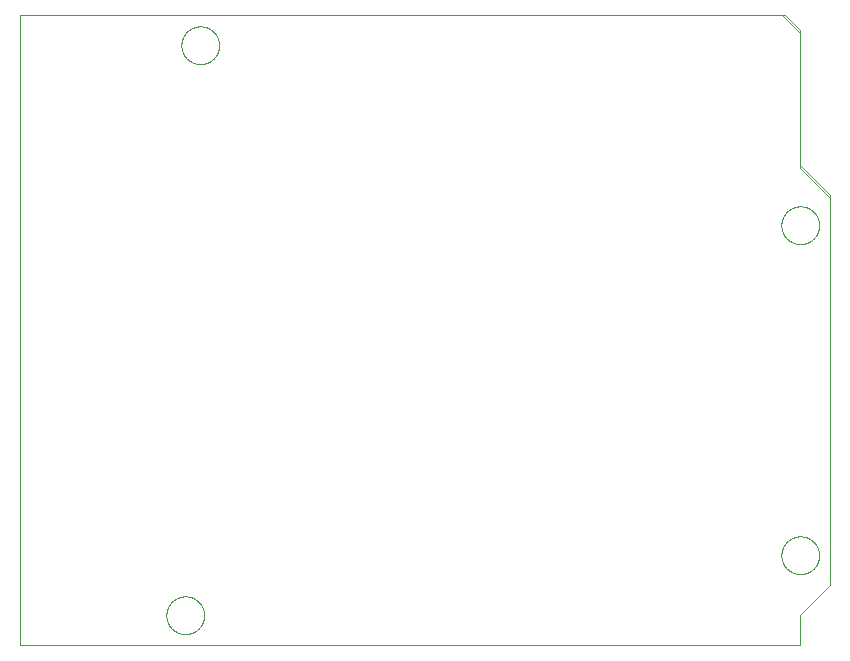
<source format=gbo>
G75*
%MOIN*%
%OFA0B0*%
%FSLAX25Y25*%
%IPPOS*%
%LPD*%
%AMOC8*
5,1,8,0,0,1.08239X$1,22.5*
%
%ADD10C,0.00000*%
D10*
X0009350Y0005000D02*
X0009350Y0215000D01*
X0263350Y0215000D01*
X0269350Y0209000D01*
X0269350Y0164000D01*
X0279350Y0154000D01*
X0279350Y0025000D01*
X0269350Y0015000D01*
X0269350Y0005000D01*
X0009350Y0005000D01*
X0269350Y0005000D01*
X0269350Y0015000D01*
X0279350Y0025000D01*
X0279350Y0155000D01*
X0269350Y0165000D01*
X0269350Y0210000D01*
X0264350Y0215000D01*
X0009350Y0215000D01*
X0009350Y0005000D01*
X0058051Y0015000D02*
X0058053Y0015158D01*
X0058059Y0015316D01*
X0058069Y0015474D01*
X0058083Y0015632D01*
X0058101Y0015789D01*
X0058122Y0015946D01*
X0058148Y0016102D01*
X0058178Y0016258D01*
X0058211Y0016413D01*
X0058249Y0016566D01*
X0058290Y0016719D01*
X0058335Y0016871D01*
X0058384Y0017022D01*
X0058437Y0017171D01*
X0058493Y0017319D01*
X0058553Y0017465D01*
X0058617Y0017610D01*
X0058685Y0017753D01*
X0058756Y0017895D01*
X0058830Y0018035D01*
X0058908Y0018172D01*
X0058990Y0018308D01*
X0059074Y0018442D01*
X0059163Y0018573D01*
X0059254Y0018702D01*
X0059349Y0018829D01*
X0059446Y0018954D01*
X0059547Y0019076D01*
X0059651Y0019195D01*
X0059758Y0019312D01*
X0059868Y0019426D01*
X0059981Y0019537D01*
X0060096Y0019646D01*
X0060214Y0019751D01*
X0060335Y0019853D01*
X0060458Y0019953D01*
X0060584Y0020049D01*
X0060712Y0020142D01*
X0060842Y0020232D01*
X0060975Y0020318D01*
X0061110Y0020402D01*
X0061246Y0020481D01*
X0061385Y0020558D01*
X0061526Y0020630D01*
X0061668Y0020700D01*
X0061812Y0020765D01*
X0061958Y0020827D01*
X0062105Y0020885D01*
X0062254Y0020940D01*
X0062404Y0020991D01*
X0062555Y0021038D01*
X0062707Y0021081D01*
X0062860Y0021120D01*
X0063015Y0021156D01*
X0063170Y0021187D01*
X0063326Y0021215D01*
X0063482Y0021239D01*
X0063639Y0021259D01*
X0063797Y0021275D01*
X0063954Y0021287D01*
X0064113Y0021295D01*
X0064271Y0021299D01*
X0064429Y0021299D01*
X0064587Y0021295D01*
X0064746Y0021287D01*
X0064903Y0021275D01*
X0065061Y0021259D01*
X0065218Y0021239D01*
X0065374Y0021215D01*
X0065530Y0021187D01*
X0065685Y0021156D01*
X0065840Y0021120D01*
X0065993Y0021081D01*
X0066145Y0021038D01*
X0066296Y0020991D01*
X0066446Y0020940D01*
X0066595Y0020885D01*
X0066742Y0020827D01*
X0066888Y0020765D01*
X0067032Y0020700D01*
X0067174Y0020630D01*
X0067315Y0020558D01*
X0067454Y0020481D01*
X0067590Y0020402D01*
X0067725Y0020318D01*
X0067858Y0020232D01*
X0067988Y0020142D01*
X0068116Y0020049D01*
X0068242Y0019953D01*
X0068365Y0019853D01*
X0068486Y0019751D01*
X0068604Y0019646D01*
X0068719Y0019537D01*
X0068832Y0019426D01*
X0068942Y0019312D01*
X0069049Y0019195D01*
X0069153Y0019076D01*
X0069254Y0018954D01*
X0069351Y0018829D01*
X0069446Y0018702D01*
X0069537Y0018573D01*
X0069626Y0018442D01*
X0069710Y0018308D01*
X0069792Y0018172D01*
X0069870Y0018035D01*
X0069944Y0017895D01*
X0070015Y0017753D01*
X0070083Y0017610D01*
X0070147Y0017465D01*
X0070207Y0017319D01*
X0070263Y0017171D01*
X0070316Y0017022D01*
X0070365Y0016871D01*
X0070410Y0016719D01*
X0070451Y0016566D01*
X0070489Y0016413D01*
X0070522Y0016258D01*
X0070552Y0016102D01*
X0070578Y0015946D01*
X0070599Y0015789D01*
X0070617Y0015632D01*
X0070631Y0015474D01*
X0070641Y0015316D01*
X0070647Y0015158D01*
X0070649Y0015000D01*
X0070647Y0014842D01*
X0070641Y0014684D01*
X0070631Y0014526D01*
X0070617Y0014368D01*
X0070599Y0014211D01*
X0070578Y0014054D01*
X0070552Y0013898D01*
X0070522Y0013742D01*
X0070489Y0013587D01*
X0070451Y0013434D01*
X0070410Y0013281D01*
X0070365Y0013129D01*
X0070316Y0012978D01*
X0070263Y0012829D01*
X0070207Y0012681D01*
X0070147Y0012535D01*
X0070083Y0012390D01*
X0070015Y0012247D01*
X0069944Y0012105D01*
X0069870Y0011965D01*
X0069792Y0011828D01*
X0069710Y0011692D01*
X0069626Y0011558D01*
X0069537Y0011427D01*
X0069446Y0011298D01*
X0069351Y0011171D01*
X0069254Y0011046D01*
X0069153Y0010924D01*
X0069049Y0010805D01*
X0068942Y0010688D01*
X0068832Y0010574D01*
X0068719Y0010463D01*
X0068604Y0010354D01*
X0068486Y0010249D01*
X0068365Y0010147D01*
X0068242Y0010047D01*
X0068116Y0009951D01*
X0067988Y0009858D01*
X0067858Y0009768D01*
X0067725Y0009682D01*
X0067590Y0009598D01*
X0067454Y0009519D01*
X0067315Y0009442D01*
X0067174Y0009370D01*
X0067032Y0009300D01*
X0066888Y0009235D01*
X0066742Y0009173D01*
X0066595Y0009115D01*
X0066446Y0009060D01*
X0066296Y0009009D01*
X0066145Y0008962D01*
X0065993Y0008919D01*
X0065840Y0008880D01*
X0065685Y0008844D01*
X0065530Y0008813D01*
X0065374Y0008785D01*
X0065218Y0008761D01*
X0065061Y0008741D01*
X0064903Y0008725D01*
X0064746Y0008713D01*
X0064587Y0008705D01*
X0064429Y0008701D01*
X0064271Y0008701D01*
X0064113Y0008705D01*
X0063954Y0008713D01*
X0063797Y0008725D01*
X0063639Y0008741D01*
X0063482Y0008761D01*
X0063326Y0008785D01*
X0063170Y0008813D01*
X0063015Y0008844D01*
X0062860Y0008880D01*
X0062707Y0008919D01*
X0062555Y0008962D01*
X0062404Y0009009D01*
X0062254Y0009060D01*
X0062105Y0009115D01*
X0061958Y0009173D01*
X0061812Y0009235D01*
X0061668Y0009300D01*
X0061526Y0009370D01*
X0061385Y0009442D01*
X0061246Y0009519D01*
X0061110Y0009598D01*
X0060975Y0009682D01*
X0060842Y0009768D01*
X0060712Y0009858D01*
X0060584Y0009951D01*
X0060458Y0010047D01*
X0060335Y0010147D01*
X0060214Y0010249D01*
X0060096Y0010354D01*
X0059981Y0010463D01*
X0059868Y0010574D01*
X0059758Y0010688D01*
X0059651Y0010805D01*
X0059547Y0010924D01*
X0059446Y0011046D01*
X0059349Y0011171D01*
X0059254Y0011298D01*
X0059163Y0011427D01*
X0059074Y0011558D01*
X0058990Y0011692D01*
X0058908Y0011828D01*
X0058830Y0011965D01*
X0058756Y0012105D01*
X0058685Y0012247D01*
X0058617Y0012390D01*
X0058553Y0012535D01*
X0058493Y0012681D01*
X0058437Y0012829D01*
X0058384Y0012978D01*
X0058335Y0013129D01*
X0058290Y0013281D01*
X0058249Y0013434D01*
X0058211Y0013587D01*
X0058178Y0013742D01*
X0058148Y0013898D01*
X0058122Y0014054D01*
X0058101Y0014211D01*
X0058083Y0014368D01*
X0058069Y0014526D01*
X0058059Y0014684D01*
X0058053Y0014842D01*
X0058051Y0015000D01*
X0263051Y0035000D02*
X0263053Y0035158D01*
X0263059Y0035316D01*
X0263069Y0035474D01*
X0263083Y0035632D01*
X0263101Y0035789D01*
X0263122Y0035946D01*
X0263148Y0036102D01*
X0263178Y0036258D01*
X0263211Y0036413D01*
X0263249Y0036566D01*
X0263290Y0036719D01*
X0263335Y0036871D01*
X0263384Y0037022D01*
X0263437Y0037171D01*
X0263493Y0037319D01*
X0263553Y0037465D01*
X0263617Y0037610D01*
X0263685Y0037753D01*
X0263756Y0037895D01*
X0263830Y0038035D01*
X0263908Y0038172D01*
X0263990Y0038308D01*
X0264074Y0038442D01*
X0264163Y0038573D01*
X0264254Y0038702D01*
X0264349Y0038829D01*
X0264446Y0038954D01*
X0264547Y0039076D01*
X0264651Y0039195D01*
X0264758Y0039312D01*
X0264868Y0039426D01*
X0264981Y0039537D01*
X0265096Y0039646D01*
X0265214Y0039751D01*
X0265335Y0039853D01*
X0265458Y0039953D01*
X0265584Y0040049D01*
X0265712Y0040142D01*
X0265842Y0040232D01*
X0265975Y0040318D01*
X0266110Y0040402D01*
X0266246Y0040481D01*
X0266385Y0040558D01*
X0266526Y0040630D01*
X0266668Y0040700D01*
X0266812Y0040765D01*
X0266958Y0040827D01*
X0267105Y0040885D01*
X0267254Y0040940D01*
X0267404Y0040991D01*
X0267555Y0041038D01*
X0267707Y0041081D01*
X0267860Y0041120D01*
X0268015Y0041156D01*
X0268170Y0041187D01*
X0268326Y0041215D01*
X0268482Y0041239D01*
X0268639Y0041259D01*
X0268797Y0041275D01*
X0268954Y0041287D01*
X0269113Y0041295D01*
X0269271Y0041299D01*
X0269429Y0041299D01*
X0269587Y0041295D01*
X0269746Y0041287D01*
X0269903Y0041275D01*
X0270061Y0041259D01*
X0270218Y0041239D01*
X0270374Y0041215D01*
X0270530Y0041187D01*
X0270685Y0041156D01*
X0270840Y0041120D01*
X0270993Y0041081D01*
X0271145Y0041038D01*
X0271296Y0040991D01*
X0271446Y0040940D01*
X0271595Y0040885D01*
X0271742Y0040827D01*
X0271888Y0040765D01*
X0272032Y0040700D01*
X0272174Y0040630D01*
X0272315Y0040558D01*
X0272454Y0040481D01*
X0272590Y0040402D01*
X0272725Y0040318D01*
X0272858Y0040232D01*
X0272988Y0040142D01*
X0273116Y0040049D01*
X0273242Y0039953D01*
X0273365Y0039853D01*
X0273486Y0039751D01*
X0273604Y0039646D01*
X0273719Y0039537D01*
X0273832Y0039426D01*
X0273942Y0039312D01*
X0274049Y0039195D01*
X0274153Y0039076D01*
X0274254Y0038954D01*
X0274351Y0038829D01*
X0274446Y0038702D01*
X0274537Y0038573D01*
X0274626Y0038442D01*
X0274710Y0038308D01*
X0274792Y0038172D01*
X0274870Y0038035D01*
X0274944Y0037895D01*
X0275015Y0037753D01*
X0275083Y0037610D01*
X0275147Y0037465D01*
X0275207Y0037319D01*
X0275263Y0037171D01*
X0275316Y0037022D01*
X0275365Y0036871D01*
X0275410Y0036719D01*
X0275451Y0036566D01*
X0275489Y0036413D01*
X0275522Y0036258D01*
X0275552Y0036102D01*
X0275578Y0035946D01*
X0275599Y0035789D01*
X0275617Y0035632D01*
X0275631Y0035474D01*
X0275641Y0035316D01*
X0275647Y0035158D01*
X0275649Y0035000D01*
X0275647Y0034842D01*
X0275641Y0034684D01*
X0275631Y0034526D01*
X0275617Y0034368D01*
X0275599Y0034211D01*
X0275578Y0034054D01*
X0275552Y0033898D01*
X0275522Y0033742D01*
X0275489Y0033587D01*
X0275451Y0033434D01*
X0275410Y0033281D01*
X0275365Y0033129D01*
X0275316Y0032978D01*
X0275263Y0032829D01*
X0275207Y0032681D01*
X0275147Y0032535D01*
X0275083Y0032390D01*
X0275015Y0032247D01*
X0274944Y0032105D01*
X0274870Y0031965D01*
X0274792Y0031828D01*
X0274710Y0031692D01*
X0274626Y0031558D01*
X0274537Y0031427D01*
X0274446Y0031298D01*
X0274351Y0031171D01*
X0274254Y0031046D01*
X0274153Y0030924D01*
X0274049Y0030805D01*
X0273942Y0030688D01*
X0273832Y0030574D01*
X0273719Y0030463D01*
X0273604Y0030354D01*
X0273486Y0030249D01*
X0273365Y0030147D01*
X0273242Y0030047D01*
X0273116Y0029951D01*
X0272988Y0029858D01*
X0272858Y0029768D01*
X0272725Y0029682D01*
X0272590Y0029598D01*
X0272454Y0029519D01*
X0272315Y0029442D01*
X0272174Y0029370D01*
X0272032Y0029300D01*
X0271888Y0029235D01*
X0271742Y0029173D01*
X0271595Y0029115D01*
X0271446Y0029060D01*
X0271296Y0029009D01*
X0271145Y0028962D01*
X0270993Y0028919D01*
X0270840Y0028880D01*
X0270685Y0028844D01*
X0270530Y0028813D01*
X0270374Y0028785D01*
X0270218Y0028761D01*
X0270061Y0028741D01*
X0269903Y0028725D01*
X0269746Y0028713D01*
X0269587Y0028705D01*
X0269429Y0028701D01*
X0269271Y0028701D01*
X0269113Y0028705D01*
X0268954Y0028713D01*
X0268797Y0028725D01*
X0268639Y0028741D01*
X0268482Y0028761D01*
X0268326Y0028785D01*
X0268170Y0028813D01*
X0268015Y0028844D01*
X0267860Y0028880D01*
X0267707Y0028919D01*
X0267555Y0028962D01*
X0267404Y0029009D01*
X0267254Y0029060D01*
X0267105Y0029115D01*
X0266958Y0029173D01*
X0266812Y0029235D01*
X0266668Y0029300D01*
X0266526Y0029370D01*
X0266385Y0029442D01*
X0266246Y0029519D01*
X0266110Y0029598D01*
X0265975Y0029682D01*
X0265842Y0029768D01*
X0265712Y0029858D01*
X0265584Y0029951D01*
X0265458Y0030047D01*
X0265335Y0030147D01*
X0265214Y0030249D01*
X0265096Y0030354D01*
X0264981Y0030463D01*
X0264868Y0030574D01*
X0264758Y0030688D01*
X0264651Y0030805D01*
X0264547Y0030924D01*
X0264446Y0031046D01*
X0264349Y0031171D01*
X0264254Y0031298D01*
X0264163Y0031427D01*
X0264074Y0031558D01*
X0263990Y0031692D01*
X0263908Y0031828D01*
X0263830Y0031965D01*
X0263756Y0032105D01*
X0263685Y0032247D01*
X0263617Y0032390D01*
X0263553Y0032535D01*
X0263493Y0032681D01*
X0263437Y0032829D01*
X0263384Y0032978D01*
X0263335Y0033129D01*
X0263290Y0033281D01*
X0263249Y0033434D01*
X0263211Y0033587D01*
X0263178Y0033742D01*
X0263148Y0033898D01*
X0263122Y0034054D01*
X0263101Y0034211D01*
X0263083Y0034368D01*
X0263069Y0034526D01*
X0263059Y0034684D01*
X0263053Y0034842D01*
X0263051Y0035000D01*
X0263051Y0145000D02*
X0263053Y0145158D01*
X0263059Y0145316D01*
X0263069Y0145474D01*
X0263083Y0145632D01*
X0263101Y0145789D01*
X0263122Y0145946D01*
X0263148Y0146102D01*
X0263178Y0146258D01*
X0263211Y0146413D01*
X0263249Y0146566D01*
X0263290Y0146719D01*
X0263335Y0146871D01*
X0263384Y0147022D01*
X0263437Y0147171D01*
X0263493Y0147319D01*
X0263553Y0147465D01*
X0263617Y0147610D01*
X0263685Y0147753D01*
X0263756Y0147895D01*
X0263830Y0148035D01*
X0263908Y0148172D01*
X0263990Y0148308D01*
X0264074Y0148442D01*
X0264163Y0148573D01*
X0264254Y0148702D01*
X0264349Y0148829D01*
X0264446Y0148954D01*
X0264547Y0149076D01*
X0264651Y0149195D01*
X0264758Y0149312D01*
X0264868Y0149426D01*
X0264981Y0149537D01*
X0265096Y0149646D01*
X0265214Y0149751D01*
X0265335Y0149853D01*
X0265458Y0149953D01*
X0265584Y0150049D01*
X0265712Y0150142D01*
X0265842Y0150232D01*
X0265975Y0150318D01*
X0266110Y0150402D01*
X0266246Y0150481D01*
X0266385Y0150558D01*
X0266526Y0150630D01*
X0266668Y0150700D01*
X0266812Y0150765D01*
X0266958Y0150827D01*
X0267105Y0150885D01*
X0267254Y0150940D01*
X0267404Y0150991D01*
X0267555Y0151038D01*
X0267707Y0151081D01*
X0267860Y0151120D01*
X0268015Y0151156D01*
X0268170Y0151187D01*
X0268326Y0151215D01*
X0268482Y0151239D01*
X0268639Y0151259D01*
X0268797Y0151275D01*
X0268954Y0151287D01*
X0269113Y0151295D01*
X0269271Y0151299D01*
X0269429Y0151299D01*
X0269587Y0151295D01*
X0269746Y0151287D01*
X0269903Y0151275D01*
X0270061Y0151259D01*
X0270218Y0151239D01*
X0270374Y0151215D01*
X0270530Y0151187D01*
X0270685Y0151156D01*
X0270840Y0151120D01*
X0270993Y0151081D01*
X0271145Y0151038D01*
X0271296Y0150991D01*
X0271446Y0150940D01*
X0271595Y0150885D01*
X0271742Y0150827D01*
X0271888Y0150765D01*
X0272032Y0150700D01*
X0272174Y0150630D01*
X0272315Y0150558D01*
X0272454Y0150481D01*
X0272590Y0150402D01*
X0272725Y0150318D01*
X0272858Y0150232D01*
X0272988Y0150142D01*
X0273116Y0150049D01*
X0273242Y0149953D01*
X0273365Y0149853D01*
X0273486Y0149751D01*
X0273604Y0149646D01*
X0273719Y0149537D01*
X0273832Y0149426D01*
X0273942Y0149312D01*
X0274049Y0149195D01*
X0274153Y0149076D01*
X0274254Y0148954D01*
X0274351Y0148829D01*
X0274446Y0148702D01*
X0274537Y0148573D01*
X0274626Y0148442D01*
X0274710Y0148308D01*
X0274792Y0148172D01*
X0274870Y0148035D01*
X0274944Y0147895D01*
X0275015Y0147753D01*
X0275083Y0147610D01*
X0275147Y0147465D01*
X0275207Y0147319D01*
X0275263Y0147171D01*
X0275316Y0147022D01*
X0275365Y0146871D01*
X0275410Y0146719D01*
X0275451Y0146566D01*
X0275489Y0146413D01*
X0275522Y0146258D01*
X0275552Y0146102D01*
X0275578Y0145946D01*
X0275599Y0145789D01*
X0275617Y0145632D01*
X0275631Y0145474D01*
X0275641Y0145316D01*
X0275647Y0145158D01*
X0275649Y0145000D01*
X0275647Y0144842D01*
X0275641Y0144684D01*
X0275631Y0144526D01*
X0275617Y0144368D01*
X0275599Y0144211D01*
X0275578Y0144054D01*
X0275552Y0143898D01*
X0275522Y0143742D01*
X0275489Y0143587D01*
X0275451Y0143434D01*
X0275410Y0143281D01*
X0275365Y0143129D01*
X0275316Y0142978D01*
X0275263Y0142829D01*
X0275207Y0142681D01*
X0275147Y0142535D01*
X0275083Y0142390D01*
X0275015Y0142247D01*
X0274944Y0142105D01*
X0274870Y0141965D01*
X0274792Y0141828D01*
X0274710Y0141692D01*
X0274626Y0141558D01*
X0274537Y0141427D01*
X0274446Y0141298D01*
X0274351Y0141171D01*
X0274254Y0141046D01*
X0274153Y0140924D01*
X0274049Y0140805D01*
X0273942Y0140688D01*
X0273832Y0140574D01*
X0273719Y0140463D01*
X0273604Y0140354D01*
X0273486Y0140249D01*
X0273365Y0140147D01*
X0273242Y0140047D01*
X0273116Y0139951D01*
X0272988Y0139858D01*
X0272858Y0139768D01*
X0272725Y0139682D01*
X0272590Y0139598D01*
X0272454Y0139519D01*
X0272315Y0139442D01*
X0272174Y0139370D01*
X0272032Y0139300D01*
X0271888Y0139235D01*
X0271742Y0139173D01*
X0271595Y0139115D01*
X0271446Y0139060D01*
X0271296Y0139009D01*
X0271145Y0138962D01*
X0270993Y0138919D01*
X0270840Y0138880D01*
X0270685Y0138844D01*
X0270530Y0138813D01*
X0270374Y0138785D01*
X0270218Y0138761D01*
X0270061Y0138741D01*
X0269903Y0138725D01*
X0269746Y0138713D01*
X0269587Y0138705D01*
X0269429Y0138701D01*
X0269271Y0138701D01*
X0269113Y0138705D01*
X0268954Y0138713D01*
X0268797Y0138725D01*
X0268639Y0138741D01*
X0268482Y0138761D01*
X0268326Y0138785D01*
X0268170Y0138813D01*
X0268015Y0138844D01*
X0267860Y0138880D01*
X0267707Y0138919D01*
X0267555Y0138962D01*
X0267404Y0139009D01*
X0267254Y0139060D01*
X0267105Y0139115D01*
X0266958Y0139173D01*
X0266812Y0139235D01*
X0266668Y0139300D01*
X0266526Y0139370D01*
X0266385Y0139442D01*
X0266246Y0139519D01*
X0266110Y0139598D01*
X0265975Y0139682D01*
X0265842Y0139768D01*
X0265712Y0139858D01*
X0265584Y0139951D01*
X0265458Y0140047D01*
X0265335Y0140147D01*
X0265214Y0140249D01*
X0265096Y0140354D01*
X0264981Y0140463D01*
X0264868Y0140574D01*
X0264758Y0140688D01*
X0264651Y0140805D01*
X0264547Y0140924D01*
X0264446Y0141046D01*
X0264349Y0141171D01*
X0264254Y0141298D01*
X0264163Y0141427D01*
X0264074Y0141558D01*
X0263990Y0141692D01*
X0263908Y0141828D01*
X0263830Y0141965D01*
X0263756Y0142105D01*
X0263685Y0142247D01*
X0263617Y0142390D01*
X0263553Y0142535D01*
X0263493Y0142681D01*
X0263437Y0142829D01*
X0263384Y0142978D01*
X0263335Y0143129D01*
X0263290Y0143281D01*
X0263249Y0143434D01*
X0263211Y0143587D01*
X0263178Y0143742D01*
X0263148Y0143898D01*
X0263122Y0144054D01*
X0263101Y0144211D01*
X0263083Y0144368D01*
X0263069Y0144526D01*
X0263059Y0144684D01*
X0263053Y0144842D01*
X0263051Y0145000D01*
X0063051Y0205000D02*
X0063053Y0205158D01*
X0063059Y0205316D01*
X0063069Y0205474D01*
X0063083Y0205632D01*
X0063101Y0205789D01*
X0063122Y0205946D01*
X0063148Y0206102D01*
X0063178Y0206258D01*
X0063211Y0206413D01*
X0063249Y0206566D01*
X0063290Y0206719D01*
X0063335Y0206871D01*
X0063384Y0207022D01*
X0063437Y0207171D01*
X0063493Y0207319D01*
X0063553Y0207465D01*
X0063617Y0207610D01*
X0063685Y0207753D01*
X0063756Y0207895D01*
X0063830Y0208035D01*
X0063908Y0208172D01*
X0063990Y0208308D01*
X0064074Y0208442D01*
X0064163Y0208573D01*
X0064254Y0208702D01*
X0064349Y0208829D01*
X0064446Y0208954D01*
X0064547Y0209076D01*
X0064651Y0209195D01*
X0064758Y0209312D01*
X0064868Y0209426D01*
X0064981Y0209537D01*
X0065096Y0209646D01*
X0065214Y0209751D01*
X0065335Y0209853D01*
X0065458Y0209953D01*
X0065584Y0210049D01*
X0065712Y0210142D01*
X0065842Y0210232D01*
X0065975Y0210318D01*
X0066110Y0210402D01*
X0066246Y0210481D01*
X0066385Y0210558D01*
X0066526Y0210630D01*
X0066668Y0210700D01*
X0066812Y0210765D01*
X0066958Y0210827D01*
X0067105Y0210885D01*
X0067254Y0210940D01*
X0067404Y0210991D01*
X0067555Y0211038D01*
X0067707Y0211081D01*
X0067860Y0211120D01*
X0068015Y0211156D01*
X0068170Y0211187D01*
X0068326Y0211215D01*
X0068482Y0211239D01*
X0068639Y0211259D01*
X0068797Y0211275D01*
X0068954Y0211287D01*
X0069113Y0211295D01*
X0069271Y0211299D01*
X0069429Y0211299D01*
X0069587Y0211295D01*
X0069746Y0211287D01*
X0069903Y0211275D01*
X0070061Y0211259D01*
X0070218Y0211239D01*
X0070374Y0211215D01*
X0070530Y0211187D01*
X0070685Y0211156D01*
X0070840Y0211120D01*
X0070993Y0211081D01*
X0071145Y0211038D01*
X0071296Y0210991D01*
X0071446Y0210940D01*
X0071595Y0210885D01*
X0071742Y0210827D01*
X0071888Y0210765D01*
X0072032Y0210700D01*
X0072174Y0210630D01*
X0072315Y0210558D01*
X0072454Y0210481D01*
X0072590Y0210402D01*
X0072725Y0210318D01*
X0072858Y0210232D01*
X0072988Y0210142D01*
X0073116Y0210049D01*
X0073242Y0209953D01*
X0073365Y0209853D01*
X0073486Y0209751D01*
X0073604Y0209646D01*
X0073719Y0209537D01*
X0073832Y0209426D01*
X0073942Y0209312D01*
X0074049Y0209195D01*
X0074153Y0209076D01*
X0074254Y0208954D01*
X0074351Y0208829D01*
X0074446Y0208702D01*
X0074537Y0208573D01*
X0074626Y0208442D01*
X0074710Y0208308D01*
X0074792Y0208172D01*
X0074870Y0208035D01*
X0074944Y0207895D01*
X0075015Y0207753D01*
X0075083Y0207610D01*
X0075147Y0207465D01*
X0075207Y0207319D01*
X0075263Y0207171D01*
X0075316Y0207022D01*
X0075365Y0206871D01*
X0075410Y0206719D01*
X0075451Y0206566D01*
X0075489Y0206413D01*
X0075522Y0206258D01*
X0075552Y0206102D01*
X0075578Y0205946D01*
X0075599Y0205789D01*
X0075617Y0205632D01*
X0075631Y0205474D01*
X0075641Y0205316D01*
X0075647Y0205158D01*
X0075649Y0205000D01*
X0075647Y0204842D01*
X0075641Y0204684D01*
X0075631Y0204526D01*
X0075617Y0204368D01*
X0075599Y0204211D01*
X0075578Y0204054D01*
X0075552Y0203898D01*
X0075522Y0203742D01*
X0075489Y0203587D01*
X0075451Y0203434D01*
X0075410Y0203281D01*
X0075365Y0203129D01*
X0075316Y0202978D01*
X0075263Y0202829D01*
X0075207Y0202681D01*
X0075147Y0202535D01*
X0075083Y0202390D01*
X0075015Y0202247D01*
X0074944Y0202105D01*
X0074870Y0201965D01*
X0074792Y0201828D01*
X0074710Y0201692D01*
X0074626Y0201558D01*
X0074537Y0201427D01*
X0074446Y0201298D01*
X0074351Y0201171D01*
X0074254Y0201046D01*
X0074153Y0200924D01*
X0074049Y0200805D01*
X0073942Y0200688D01*
X0073832Y0200574D01*
X0073719Y0200463D01*
X0073604Y0200354D01*
X0073486Y0200249D01*
X0073365Y0200147D01*
X0073242Y0200047D01*
X0073116Y0199951D01*
X0072988Y0199858D01*
X0072858Y0199768D01*
X0072725Y0199682D01*
X0072590Y0199598D01*
X0072454Y0199519D01*
X0072315Y0199442D01*
X0072174Y0199370D01*
X0072032Y0199300D01*
X0071888Y0199235D01*
X0071742Y0199173D01*
X0071595Y0199115D01*
X0071446Y0199060D01*
X0071296Y0199009D01*
X0071145Y0198962D01*
X0070993Y0198919D01*
X0070840Y0198880D01*
X0070685Y0198844D01*
X0070530Y0198813D01*
X0070374Y0198785D01*
X0070218Y0198761D01*
X0070061Y0198741D01*
X0069903Y0198725D01*
X0069746Y0198713D01*
X0069587Y0198705D01*
X0069429Y0198701D01*
X0069271Y0198701D01*
X0069113Y0198705D01*
X0068954Y0198713D01*
X0068797Y0198725D01*
X0068639Y0198741D01*
X0068482Y0198761D01*
X0068326Y0198785D01*
X0068170Y0198813D01*
X0068015Y0198844D01*
X0067860Y0198880D01*
X0067707Y0198919D01*
X0067555Y0198962D01*
X0067404Y0199009D01*
X0067254Y0199060D01*
X0067105Y0199115D01*
X0066958Y0199173D01*
X0066812Y0199235D01*
X0066668Y0199300D01*
X0066526Y0199370D01*
X0066385Y0199442D01*
X0066246Y0199519D01*
X0066110Y0199598D01*
X0065975Y0199682D01*
X0065842Y0199768D01*
X0065712Y0199858D01*
X0065584Y0199951D01*
X0065458Y0200047D01*
X0065335Y0200147D01*
X0065214Y0200249D01*
X0065096Y0200354D01*
X0064981Y0200463D01*
X0064868Y0200574D01*
X0064758Y0200688D01*
X0064651Y0200805D01*
X0064547Y0200924D01*
X0064446Y0201046D01*
X0064349Y0201171D01*
X0064254Y0201298D01*
X0064163Y0201427D01*
X0064074Y0201558D01*
X0063990Y0201692D01*
X0063908Y0201828D01*
X0063830Y0201965D01*
X0063756Y0202105D01*
X0063685Y0202247D01*
X0063617Y0202390D01*
X0063553Y0202535D01*
X0063493Y0202681D01*
X0063437Y0202829D01*
X0063384Y0202978D01*
X0063335Y0203129D01*
X0063290Y0203281D01*
X0063249Y0203434D01*
X0063211Y0203587D01*
X0063178Y0203742D01*
X0063148Y0203898D01*
X0063122Y0204054D01*
X0063101Y0204211D01*
X0063083Y0204368D01*
X0063069Y0204526D01*
X0063059Y0204684D01*
X0063053Y0204842D01*
X0063051Y0205000D01*
M02*

</source>
